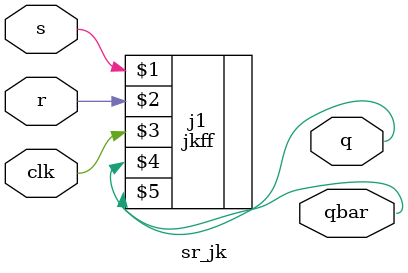
<source format=v>
`include "jkff.v"

module sr_jk(s,r,clk,q,qbar);
input s,r,clk;
output q,qbar;

jkff j1(s,r,clk,q,qbar);
endmodule
</source>
